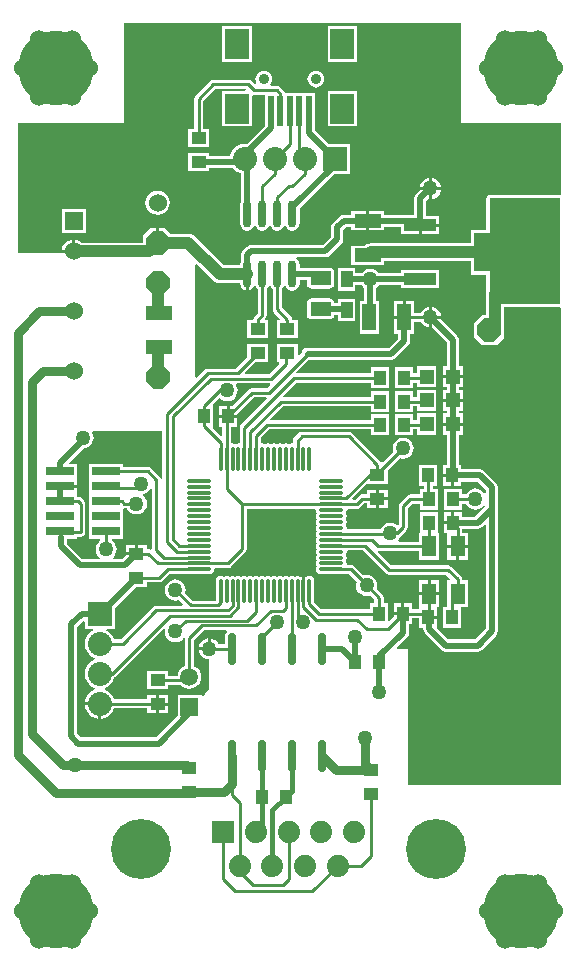
<source format=gtl>
G04 Layer_Physical_Order=1*
G04 Layer_Color=25308*
%FSAX24Y24*%
%MOIN*%
G70*
G01*
G75*
%ADD10R,0.0900X0.0450*%
%ADD11R,0.0450X0.0900*%
%ADD12R,0.0472X0.0709*%
%ADD13R,0.0400X0.0500*%
%ADD14O,0.0276X0.0906*%
%ADD15R,0.0500X0.0400*%
%ADD16O,0.0276X0.1083*%
%ADD17O,0.0827X0.0118*%
%ADD18O,0.0118X0.0827*%
%ADD19R,0.0945X0.0299*%
%ADD20R,0.0197X0.0984*%
%ADD21R,0.0787X0.0984*%
G04:AMPARAMS|DCode=22|XSize=68.9mil|YSize=49.2mil|CornerRadius=4.9mil|HoleSize=0mil|Usage=FLASHONLY|Rotation=180.000|XOffset=0mil|YOffset=0mil|HoleType=Round|Shape=RoundedRectangle|*
%AMROUNDEDRECTD22*
21,1,0.0689,0.0394,0,0,180.0*
21,1,0.0591,0.0492,0,0,180.0*
1,1,0.0098,-0.0295,0.0197*
1,1,0.0098,0.0295,0.0197*
1,1,0.0098,0.0295,-0.0197*
1,1,0.0098,-0.0295,-0.0197*
%
%ADD22ROUNDEDRECTD22*%
%ADD23R,0.0453X0.0512*%
%ADD24R,0.0394X0.0551*%
%ADD25R,0.1063X0.1299*%
%ADD26R,0.1063X0.0394*%
%ADD27C,0.0150*%
%ADD28C,0.0100*%
%ADD29C,0.0197*%
%ADD30C,0.0394*%
%ADD31C,0.0295*%
%ADD32R,0.2362X0.3543*%
%ADD33C,0.0600*%
%ADD34C,0.2500*%
%ADD35P,0.0866X8X22.5*%
%ADD36C,0.0800*%
%ADD37R,0.0800X0.0800*%
%ADD38R,0.0800X0.0800*%
%ADD39R,0.0600X0.0600*%
%ADD40P,0.0866X8X112.5*%
%ADD41C,0.0591*%
%ADD42R,0.0591X0.0591*%
%ADD43C,0.0354*%
%ADD44C,0.0740*%
%ADD45R,0.0740X0.0740*%
%ADD46C,0.2000*%
%ADD47C,0.0500*%
G36*
X023083Y021348D02*
Y021114D01*
X023353D01*
X023363Y021064D01*
X023331Y021051D01*
X023226Y020971D01*
X023146Y020866D01*
X023096Y020745D01*
X023078Y020614D01*
X023096Y020484D01*
X023146Y020362D01*
X023226Y020258D01*
X023331Y020177D01*
X023418Y020141D01*
Y020087D01*
X023331Y020051D01*
X023226Y019971D01*
X023146Y019866D01*
X023096Y019745D01*
X023078Y019614D01*
X023096Y019484D01*
X023146Y019362D01*
X023226Y019258D01*
X023331Y019177D01*
X023418Y019141D01*
Y019087D01*
X023331Y019051D01*
X023226Y018971D01*
X023146Y018866D01*
X023096Y018745D01*
X023085Y018664D01*
X023583D01*
Y018614D01*
X023633D01*
Y018116D01*
X023713Y018127D01*
X023835Y018177D01*
X023939Y018258D01*
X024019Y018362D01*
X024061Y018461D01*
X025162D01*
Y018291D01*
X025462D01*
Y018591D01*
Y018891D01*
X025162D01*
Y018767D01*
X024061D01*
X024019Y018866D01*
X023939Y018971D01*
X023835Y019051D01*
X023747Y019087D01*
Y019141D01*
X023835Y019177D01*
X023939Y019258D01*
X024019Y019362D01*
X024070Y019484D01*
X024071Y019492D01*
X024092Y019506D01*
X025715Y021129D01*
X025724Y021126D01*
X025760Y021103D01*
X025749Y021024D01*
X025761Y020932D01*
X025797Y020847D01*
X025853Y020774D01*
X025926Y020718D01*
X026011Y020683D01*
X026102Y020671D01*
X026194Y020683D01*
X026279Y020718D01*
X026352Y020774D01*
X026365Y020791D01*
X026417Y020787D01*
X026422Y020783D01*
Y019868D01*
X026375Y019849D01*
X026293Y019786D01*
X026230Y019703D01*
X026190Y019607D01*
X026181Y019544D01*
X025862D01*
Y019691D01*
X025162D01*
Y019091D01*
X025862D01*
Y019238D01*
X026280D01*
X026293Y019222D01*
X026375Y019159D01*
X026472Y019119D01*
X026575Y019105D01*
X026678Y019119D01*
X026774Y019159D01*
X026857Y019222D01*
X026920Y019305D01*
X026960Y019401D01*
X026973Y019504D01*
X026960Y019607D01*
X026920Y019703D01*
X026857Y019786D01*
X026774Y019849D01*
X026728Y019868D01*
Y020724D01*
X027071Y021068D01*
X027805D01*
X027819Y021020D01*
X027817Y021018D01*
X027764Y020939D01*
X027746Y020846D01*
Y020596D01*
X027550D01*
X027540Y020619D01*
X027484Y020693D01*
X027411Y020749D01*
X027326Y020784D01*
X027284Y020789D01*
Y020443D01*
X027234D01*
Y020393D01*
X026888D01*
X026893Y020352D01*
X026929Y020266D01*
X026985Y020193D01*
X027058Y020137D01*
X027143Y020102D01*
X027234Y020090D01*
Y019085D01*
X027087Y018937D01*
X027016Y018867D01*
X026970Y018886D01*
Y018899D01*
X026180D01*
Y018198D01*
X025467Y017486D01*
X022958D01*
X022840Y017603D01*
Y021176D01*
X023033Y021369D01*
X023083Y021348D01*
D02*
G37*
G36*
X025671Y026092D02*
X025621Y026087D01*
X025614Y026122D01*
X025581Y026171D01*
X025289Y026462D01*
X025240Y026496D01*
X025181Y026507D01*
X024369D01*
Y026604D01*
X023224D01*
Y026105D01*
X023224D01*
Y026104D01*
X023224D01*
Y025605D01*
X023224D01*
X023224Y025605D01*
Y025604D01*
X023224D01*
X023224Y025604D01*
Y025154D01*
X023224Y025105D01*
Y025104D01*
Y025104D01*
X023224Y025055D01*
Y024654D01*
X023224Y024605D01*
Y024604D01*
Y024604D01*
X023224Y024555D01*
Y024105D01*
X023597D01*
X023597Y024104D01*
X023609Y024055D01*
X023547Y024007D01*
X023491Y023934D01*
X023456Y023849D01*
X023444Y023758D01*
X023456Y023666D01*
X023491Y023581D01*
X023547Y023508D01*
X023583Y023481D01*
X023566Y023431D01*
X022997D01*
X022487Y023940D01*
Y024105D01*
X022834D01*
Y024178D01*
X022953D01*
X023011Y024189D01*
X023061Y024223D01*
X023094Y024272D01*
X023106Y024331D01*
Y025276D01*
X023094Y025334D01*
X023061Y025384D01*
X022982Y025462D01*
X022933Y025496D01*
X022874Y025507D01*
X022834D01*
Y025604D01*
X022834D01*
Y025605D01*
X022834D01*
Y025804D01*
X022261D01*
Y025904D01*
X022834D01*
Y026104D01*
X022834D01*
Y026105D01*
X022834D01*
Y026604D01*
X022585D01*
X022566Y026650D01*
X023045Y027129D01*
X023123Y027139D01*
X023208Y027175D01*
X023281Y027231D01*
X023337Y027304D01*
X023372Y027389D01*
X023385Y027480D01*
X023372Y027572D01*
X023337Y027657D01*
X023326Y027672D01*
X023348Y027717D01*
X025671D01*
Y026092D01*
D02*
G37*
G36*
X030784Y025064D02*
X030783Y025059D01*
X030795Y024997D01*
X030819Y024961D01*
X030795Y024924D01*
X030783Y024862D01*
X030795Y024800D01*
X030819Y024764D01*
X030795Y024727D01*
X030783Y024665D01*
X030795Y024603D01*
X030819Y024567D01*
X030795Y024531D01*
X030783Y024469D01*
X030795Y024406D01*
X030819Y024370D01*
X030795Y024334D01*
X030783Y024272D01*
X030795Y024210D01*
X030819Y024173D01*
X030795Y024137D01*
X030783Y024075D01*
X030795Y024013D01*
X030819Y023976D01*
X030795Y023940D01*
X030783Y023878D01*
X030795Y023816D01*
X030819Y023780D01*
X030795Y023743D01*
X030783Y023681D01*
X030795Y023619D01*
X030819Y023583D01*
X030795Y023546D01*
X030783Y023484D01*
X030795Y023422D01*
X030819Y023386D01*
X030795Y023349D01*
X030783Y023287D01*
X030795Y023225D01*
X030819Y023189D01*
X030795Y023153D01*
X030783Y023091D01*
X030795Y023028D01*
X030830Y022976D01*
X030883Y022941D01*
X030945Y022928D01*
X031654D01*
X031700Y022938D01*
X031885D01*
X032149Y022674D01*
X032139Y022650D01*
X032127Y022559D01*
X032139Y022468D01*
X032175Y022383D01*
X032231Y022309D01*
X032304Y022253D01*
X032389Y022218D01*
X032480Y022206D01*
X032572Y022218D01*
X032595Y022228D01*
X032739Y022084D01*
Y021964D01*
X032592D01*
Y021767D01*
X030960D01*
X030731Y021996D01*
X030733Y022008D01*
Y022717D01*
X030721Y022779D01*
X030686Y022831D01*
X030633Y022866D01*
X030571Y022879D01*
X030509Y022866D01*
X030472Y022842D01*
X030436Y022866D01*
X030424Y022869D01*
Y022783D01*
X030421Y022779D01*
X030409Y022717D01*
Y022362D01*
X030339D01*
Y022717D01*
X030327Y022779D01*
X030324Y022783D01*
Y022869D01*
X030312Y022866D01*
X030276Y022842D01*
X030239Y022866D01*
X030177Y022879D01*
X030115Y022866D01*
X030079Y022842D01*
X030042Y022866D01*
X029980Y022879D01*
X029918Y022866D01*
X029882Y022842D01*
X029846Y022866D01*
X029783Y022879D01*
X029721Y022866D01*
X029685Y022842D01*
X029649Y022866D01*
X029587Y022879D01*
X029525Y022866D01*
X029488Y022842D01*
X029452Y022866D01*
X029390Y022879D01*
X029328Y022866D01*
X029291Y022842D01*
X029255Y022866D01*
X029193Y022879D01*
X029131Y022866D01*
X029094Y022842D01*
X029058Y022866D01*
X028996Y022879D01*
X028934Y022866D01*
X028898Y022842D01*
X028861Y022866D01*
X028799Y022879D01*
X028737Y022866D01*
X028701Y022842D01*
X028664Y022866D01*
X028602Y022879D01*
X028540Y022866D01*
X028504Y022842D01*
X028468Y022866D01*
X028406Y022879D01*
X028343Y022866D01*
X028307Y022842D01*
X028271Y022866D01*
X028209Y022879D01*
X028147Y022866D01*
X028110Y022842D01*
X028074Y022866D01*
X028012Y022879D01*
X027950Y022866D01*
X027913Y022842D01*
X027877Y022866D01*
X027815Y022879D01*
X027753Y022866D01*
X027717Y022842D01*
X027680Y022866D01*
X027618Y022879D01*
X027556Y022866D01*
X027503Y022831D01*
X027468Y022779D01*
X027456Y022717D01*
Y022046D01*
X027138D01*
X027122Y022043D01*
X026678D01*
X026434Y022287D01*
X026443Y022310D01*
X026455Y022402D01*
X026443Y022493D01*
X026408Y022578D01*
X026352Y022651D01*
X026279Y022707D01*
X026194Y022743D01*
X026102Y022755D01*
X026011Y022743D01*
X025926Y022707D01*
X025853Y022651D01*
X025797Y022578D01*
X025761Y022493D01*
X025749Y022402D01*
X025761Y022310D01*
X025797Y022225D01*
X025853Y022152D01*
X025926Y022096D01*
X026011Y022061D01*
X026102Y022049D01*
X026194Y022061D01*
X026217Y022070D01*
X026359Y021928D01*
X026340Y021882D01*
X025469D01*
X025411Y021870D01*
X025361Y021837D01*
X024291Y020767D01*
X024061D01*
X024019Y020866D01*
X023939Y020971D01*
X023835Y021051D01*
X023803Y021064D01*
X023813Y021114D01*
X024083D01*
Y021807D01*
X024789Y022513D01*
X025153D01*
Y022660D01*
X025569D01*
X025628Y022672D01*
X025677Y022705D01*
X025910Y022938D01*
X026489D01*
X026535Y022928D01*
X027244D01*
X027306Y022941D01*
X027359Y022976D01*
X027394Y023028D01*
X027406Y023091D01*
X027405Y023096D01*
X027437Y023134D01*
X027854D01*
X027913Y023146D01*
X027962Y023179D01*
X028435Y023652D01*
X028468Y023701D01*
X028480Y023760D01*
Y025103D01*
X030752D01*
X030784Y025064D01*
D02*
G37*
G36*
X035630Y037953D02*
X038976D01*
Y035618D01*
X038937Y035574D01*
X036575D01*
X036536Y035567D01*
X036503Y035545D01*
X036481Y035511D01*
X036473Y035472D01*
Y034411D01*
X035963D01*
Y033961D01*
X032622D01*
X032545Y033951D01*
X032473Y033921D01*
X032424Y033884D01*
X031970D01*
Y033234D01*
X033070D01*
Y033362D01*
X035963D01*
Y032912D01*
X036473D01*
Y032288D01*
X036472Y032283D01*
Y031563D01*
X036325D01*
X036075Y031313D01*
Y030813D01*
X036325Y030563D01*
X036825D01*
X037075Y030813D01*
Y031313D01*
X037071Y031317D01*
Y031827D01*
X038937D01*
X038976Y031784D01*
Y025984D01*
Y020433D01*
Y015905D01*
X033858D01*
Y020433D01*
X033502Y020434D01*
X033482Y020480D01*
X033835Y020833D01*
X033879Y020898D01*
X033894Y020976D01*
Y021264D01*
X033992D01*
Y021461D01*
X034236D01*
Y021146D01*
X034365D01*
Y021102D01*
X034380Y021025D01*
X034424Y020959D01*
X034975Y020408D01*
X035041Y020364D01*
X035118Y020349D01*
X036181D01*
X036259Y020364D01*
X036324Y020408D01*
X036797Y020881D01*
X036840Y020946D01*
X036856Y021024D01*
Y025118D01*
Y025827D01*
X036840Y025904D01*
X036797Y025970D01*
X036403Y026364D01*
X036337Y026407D01*
X036260Y026423D01*
X035636D01*
Y026570D01*
X035566D01*
Y027578D01*
X035691D01*
Y027884D01*
X035038D01*
Y027578D01*
X035162D01*
Y026570D01*
X035036D01*
Y026270D01*
X035336D01*
Y026220D01*
X035386D01*
Y025870D01*
X035636D01*
Y026018D01*
X036176D01*
X036451Y025743D01*
Y025632D01*
X036437Y025625D01*
X036401Y025619D01*
X036352Y025683D01*
X036279Y025739D01*
X036194Y025774D01*
X036102Y025786D01*
X036011Y025774D01*
X035926Y025739D01*
X035853Y025683D01*
X035797Y025610D01*
X035787Y025586D01*
X035646D01*
Y025783D01*
X035046D01*
Y025083D01*
X035646D01*
Y025280D01*
X035787D01*
X035797Y025257D01*
X035853Y025183D01*
X035926Y025127D01*
X036011Y025092D01*
X036102Y025080D01*
X036194Y025092D01*
X036279Y025127D01*
X036352Y025183D01*
X036383Y025224D01*
X036432Y025218D01*
X036438Y025213D01*
X036438Y025189D01*
X036097Y024848D01*
X035646D01*
Y024996D01*
X035396D01*
Y024646D01*
X035346D01*
Y024596D01*
X035046D01*
Y024296D01*
X035176D01*
Y023908D01*
X035848D01*
Y024313D01*
X035665D01*
Y024443D01*
X036181D01*
X036259Y024459D01*
X036324Y024503D01*
X036405Y024583D01*
X036451Y024564D01*
Y021107D01*
X036097Y020753D01*
X035202D01*
X034853Y021102D01*
X034836Y021146D01*
X034836D01*
X034836Y021146D01*
Y021446D01*
X034536D01*
Y021546D01*
X034836D01*
Y021829D01*
X034903D01*
Y022233D01*
X034231D01*
Y021829D01*
X034236D01*
Y021767D01*
X033992D01*
Y021964D01*
X033742D01*
Y021614D01*
X033692D01*
Y021564D01*
X033392D01*
Y021530D01*
X033238Y021377D01*
X033192Y021396D01*
Y021964D01*
X033045D01*
Y022147D01*
X033033Y022206D01*
X033000Y022255D01*
X032812Y022444D01*
X032821Y022468D01*
X032833Y022559D01*
X032821Y022650D01*
X032786Y022736D01*
X032730Y022809D01*
X032657Y022865D01*
X032572Y022900D01*
X032480Y022912D01*
X032389Y022900D01*
X032365Y022890D01*
X032057Y023199D01*
X032007Y023232D01*
X031949Y023243D01*
X031846D01*
X031815Y023282D01*
X031816Y023287D01*
X031803Y023349D01*
X031779Y023386D01*
X031803Y023422D01*
X031816Y023484D01*
X031803Y023546D01*
X031779Y023583D01*
X031803Y023619D01*
X031816Y023681D01*
X031815Y023686D01*
X031846Y023725D01*
X032358D01*
X033120Y022963D01*
X033170Y022930D01*
X033228Y022918D01*
X035134D01*
X035267Y022784D01*
X035248Y022738D01*
X035176D01*
Y021846D01*
X035036D01*
Y021146D01*
X035636D01*
Y021829D01*
X035848D01*
Y022738D01*
X035665D01*
Y022756D01*
X035653Y022814D01*
X035620Y022864D01*
X035305Y023179D01*
X035255Y023212D01*
X035197Y023224D01*
X033292D01*
X032858Y023658D01*
X032869Y023689D01*
X032881Y023705D01*
X034231D01*
Y023404D01*
X034903D01*
Y024313D01*
X034846D01*
Y024996D01*
X034246D01*
Y024313D01*
X034231D01*
Y024011D01*
X033557D01*
X033532Y024061D01*
X033573Y024115D01*
X033598Y024174D01*
X033612Y024183D01*
X033809Y024380D01*
X033842Y024430D01*
X033854Y024488D01*
Y025134D01*
X034000Y025280D01*
X034246D01*
Y025083D01*
X034846D01*
Y025783D01*
X034689D01*
Y025870D01*
X034836D01*
Y026570D01*
X034236D01*
Y025870D01*
X034383D01*
Y025783D01*
X034246D01*
Y025586D01*
X033937D01*
X033878Y025574D01*
X033829Y025541D01*
X033593Y025305D01*
X033559Y025255D01*
X033548Y025197D01*
Y024581D01*
X033498Y024556D01*
X033444Y024597D01*
X033359Y024632D01*
X033268Y024644D01*
X033176Y024632D01*
X033091Y024597D01*
X033018Y024541D01*
X032962Y024468D01*
X032944Y024425D01*
X031846D01*
X031815Y024463D01*
X031816Y024469D01*
X031803Y024531D01*
X031779Y024567D01*
X031803Y024603D01*
X031816Y024665D01*
X031803Y024727D01*
X031779Y024764D01*
X031803Y024800D01*
X031816Y024862D01*
X031803Y024924D01*
X031779Y024961D01*
X031803Y024997D01*
X031816Y025059D01*
X031815Y025064D01*
X031846Y025103D01*
X032146D01*
X032204Y025115D01*
X032254Y025148D01*
X032395Y025289D01*
X032485D01*
Y025142D01*
X032785D01*
Y025442D01*
Y025742D01*
X032485D01*
Y025595D01*
X032331D01*
X032273Y025583D01*
X032223Y025550D01*
X032082Y025409D01*
X032029D01*
X032010Y025455D01*
X032497Y025942D01*
X033185D01*
Y026394D01*
X033586Y026795D01*
X033609Y026785D01*
X033701Y026773D01*
X033792Y026785D01*
X033877Y026820D01*
X033950Y026876D01*
X034007Y026949D01*
X034042Y027035D01*
X034054Y027126D01*
X034042Y027217D01*
X034007Y027302D01*
X033950Y027376D01*
X033877Y027432D01*
X033792Y027467D01*
X033701Y027479D01*
X033609Y027467D01*
X033524Y027432D01*
X033451Y027376D01*
X033395Y027302D01*
X033360Y027217D01*
X033348Y027126D01*
X033360Y027035D01*
X033370Y027011D01*
X033018Y026659D01*
X032954Y026666D01*
X032943Y026683D01*
X031998Y027628D01*
X031948Y027661D01*
X031890Y027673D01*
X030315D01*
X030256Y027661D01*
X030207Y027628D01*
X030069Y027490D01*
X030036Y027440D01*
X030024Y027382D01*
Y027319D01*
X029986Y027287D01*
X029980Y027288D01*
X029918Y027276D01*
X029882Y027252D01*
X029846Y027276D01*
X029783Y027288D01*
X029721Y027276D01*
X029685Y027252D01*
X029649Y027276D01*
X029587Y027288D01*
X029525Y027276D01*
X029488Y027252D01*
X029452Y027276D01*
X029390Y027288D01*
X029328Y027276D01*
X029291Y027252D01*
X029255Y027276D01*
X029193Y027288D01*
X029131Y027276D01*
X029094Y027252D01*
X029058Y027276D01*
X028996Y027288D01*
X028991Y027287D01*
X028952Y027319D01*
Y027476D01*
X029237Y027760D01*
X032631D01*
Y027563D01*
X033231D01*
Y028263D01*
X032631D01*
Y028066D01*
X029293D01*
X029274Y028113D01*
X029690Y028529D01*
X032613D01*
Y028332D01*
X033213D01*
Y029032D01*
X032613D01*
Y028835D01*
X029707D01*
X029688Y028881D01*
X030123Y029317D01*
X032613D01*
Y029119D01*
X033213D01*
Y029819D01*
X032613D01*
Y029622D01*
X030140D01*
X030121Y029669D01*
X030526Y030073D01*
X033307D01*
X033384Y030089D01*
X033450Y030133D01*
X033873Y030555D01*
X033917Y030621D01*
X033932Y030698D01*
Y030946D01*
X034055D01*
Y031343D01*
X034291D01*
X034301Y031320D01*
X034357Y031246D01*
X034430Y031190D01*
X034515Y031155D01*
X034556Y031150D01*
Y031496D01*
Y031842D01*
X034515Y031837D01*
X034430Y031802D01*
X034357Y031746D01*
X034301Y031673D01*
X034291Y031649D01*
X034055D01*
Y032046D01*
X033780D01*
Y031496D01*
X033730D01*
Y031446D01*
X033405D01*
Y030946D01*
X033527D01*
Y030782D01*
X033223Y030478D01*
X030512D01*
X030434Y030463D01*
X030369Y030419D01*
X030325Y030353D01*
X030313Y030293D01*
X030239Y030219D01*
X030193Y030238D01*
Y030594D01*
X029493D01*
Y029994D01*
X029555D01*
X029574Y029948D01*
X029228Y029602D01*
X028448D01*
X028429Y029648D01*
X028775Y029994D01*
X029208D01*
Y030594D01*
X028508D01*
Y030160D01*
X028131Y029783D01*
X027181D01*
X027133Y029773D01*
X027123Y029771D01*
X027073Y029738D01*
X026818Y029482D01*
X026772Y029501D01*
Y033251D01*
X026818Y033271D01*
X027367Y032721D01*
X027429Y032674D01*
X027459Y032661D01*
X027501Y032644D01*
X027579Y032634D01*
X028260D01*
Y032618D01*
X028278Y032525D01*
X028331Y032447D01*
X028409Y032394D01*
X028452Y032386D01*
Y032933D01*
X028552D01*
Y032386D01*
X028595Y032394D01*
X028673Y032447D01*
X028726Y032525D01*
X028726Y032528D01*
X028777D01*
X028778Y032525D01*
X028831Y032447D01*
X028849Y032434D01*
Y031624D01*
X028750Y031525D01*
X028717Y031476D01*
X028705Y031417D01*
Y031394D01*
X028508D01*
Y030794D01*
X029208D01*
Y031394D01*
X029116D01*
X029097Y031440D01*
X029110Y031453D01*
X029143Y031502D01*
X029155Y031561D01*
Y032434D01*
X029173Y032447D01*
X029226Y032525D01*
X029226Y032528D01*
X029277D01*
X029278Y032525D01*
X029331Y032447D01*
X029349Y032434D01*
Y031758D01*
X029361Y031699D01*
X029394Y031650D01*
X029604Y031440D01*
X029585Y031394D01*
X029493D01*
Y030794D01*
X030193D01*
Y031394D01*
X029995D01*
Y031417D01*
X029986Y031466D01*
X029984Y031476D01*
X029951Y031525D01*
X029655Y031821D01*
Y032434D01*
X029673Y032447D01*
X029726Y032525D01*
X029726Y032528D01*
X029777D01*
X029778Y032525D01*
X029831Y032447D01*
X029909Y032394D01*
X030002Y032376D01*
X030095Y032394D01*
X030173Y032447D01*
X030226Y032525D01*
X030244Y032618D01*
Y032731D01*
X030497D01*
Y032598D01*
X030509Y032540D01*
X030542Y032491D01*
X030591Y032458D01*
X030650Y032446D01*
X031240D01*
X031298Y032458D01*
X031348Y032491D01*
X031381Y032540D01*
X031392Y032598D01*
Y032992D01*
X031381Y033050D01*
X031348Y033100D01*
X031298Y033133D01*
X031240Y033144D01*
X030650D01*
X030605Y033135D01*
X030244D01*
Y033248D01*
X030226Y033341D01*
X030173Y033419D01*
X030130Y033448D01*
X030145Y033498D01*
X031102D01*
X031180Y033514D01*
X031245Y033558D01*
X031639Y033951D01*
X031683Y034017D01*
X031698Y034094D01*
Y034404D01*
X031806Y034512D01*
X031970D01*
Y034389D01*
X032470D01*
Y034714D01*
Y035039D01*
X031970D01*
Y034916D01*
X031722D01*
X031644Y034901D01*
X031579Y034857D01*
X031353Y034631D01*
X031309Y034566D01*
X031294Y034488D01*
Y034178D01*
X031019Y033903D01*
X028622D01*
X028545Y033888D01*
X028479Y033844D01*
X028359Y033724D01*
X028315Y033658D01*
X028300Y033581D01*
Y033373D01*
X028278Y033341D01*
X028260Y033248D01*
Y033232D01*
X027703D01*
X026747Y034188D01*
X026685Y034236D01*
X026634Y034257D01*
X026613Y034266D01*
X026535Y034276D01*
X025962D01*
X025762Y034476D01*
X025562D01*
Y033976D01*
X025462D01*
Y034476D01*
X025262D01*
X025012Y034226D01*
Y033984D01*
X022983D01*
X022918Y034034D01*
X022821Y034075D01*
X022767Y034082D01*
Y033685D01*
X022717D01*
Y033635D01*
X022295D01*
X022283Y033622D01*
X020866D01*
Y037953D01*
X024409D01*
Y041299D01*
X035630D01*
Y037953D01*
D02*
G37*
G36*
X029266Y029246D02*
X029149Y029129D01*
X028653D01*
X028594Y029118D01*
X028545Y029085D01*
X027999Y028539D01*
X027915D01*
Y028239D01*
X028165D01*
Y028273D01*
X028716Y028823D01*
X029132D01*
X029151Y028777D01*
X028297Y027923D01*
X028264Y027873D01*
X028253Y027815D01*
Y027319D01*
X028214Y027287D01*
X028209Y027288D01*
X028147Y027276D01*
X028110Y027252D01*
X028074Y027276D01*
X028012Y027288D01*
X028007Y027287D01*
X027968Y027319D01*
Y027839D01*
X028165D01*
Y028139D01*
X027565D01*
Y027839D01*
X027662D01*
Y027541D01*
X027616Y027522D01*
X027345Y027793D01*
X027364Y027839D01*
X027365D01*
Y028539D01*
X027364D01*
X027345Y028585D01*
X027566Y028807D01*
X027585Y028805D01*
X027658Y028749D01*
X027743Y028714D01*
X027835Y028702D01*
X027926Y028714D01*
X028011Y028749D01*
X028084Y028805D01*
X028140Y028879D01*
X028176Y028964D01*
X028188Y029055D01*
X028176Y029146D01*
X028140Y029232D01*
X028125Y029251D01*
X028148Y029296D01*
X029245D01*
X029266Y029246D01*
D02*
G37*
G36*
X025319Y025766D02*
Y023778D01*
X025269Y023751D01*
X025264Y023755D01*
X025206Y023766D01*
X025153D01*
Y023913D01*
X024853D01*
Y023613D01*
X024803D01*
Y023563D01*
X024453D01*
Y023549D01*
X024334Y023431D01*
X024028D01*
X024011Y023481D01*
X024047Y023508D01*
X024103Y023581D01*
X024138Y023666D01*
X024150Y023758D01*
X024138Y023849D01*
X024103Y023934D01*
X024047Y024007D01*
X023985Y024055D01*
X023997Y024104D01*
X023997Y024105D01*
X024369D01*
Y024555D01*
X024369Y024604D01*
Y024604D01*
Y024605D01*
X024369Y024654D01*
Y025055D01*
X024369Y025080D01*
X024408Y025121D01*
X024412Y025123D01*
X024488D01*
X024497Y025099D01*
X024554Y025026D01*
X024627Y024970D01*
X024712Y024935D01*
X024803Y024923D01*
X024895Y024935D01*
X024980Y024970D01*
X025053Y025026D01*
X025109Y025099D01*
X025144Y025184D01*
X025156Y025276D01*
X025144Y025367D01*
X025109Y025452D01*
X025053Y025525D01*
X025021Y025549D01*
X025035Y025602D01*
X025052Y025604D01*
X025137Y025639D01*
X025210Y025695D01*
X025266Y025768D01*
X025269Y025776D01*
X025319Y025766D01*
D02*
G37*
%LPC*%
G36*
X033185Y025392D02*
X032885D01*
Y025142D01*
X033185D01*
Y025392D01*
D02*
G37*
G36*
X035296Y024996D02*
X035046D01*
Y024696D01*
X035296D01*
Y024996D01*
D02*
G37*
G36*
X034805Y028290D02*
X034152D01*
Y028066D01*
X034031D01*
Y028263D01*
X033431D01*
Y027563D01*
X034031D01*
Y027760D01*
X034152D01*
Y027578D01*
X034805D01*
Y028290D01*
D02*
G37*
G36*
X027815Y028539D02*
X027565D01*
Y028239D01*
X027815D01*
Y028539D01*
D02*
G37*
G36*
X035691Y028671D02*
X035038D01*
Y028366D01*
X035162D01*
Y028290D01*
X035038D01*
Y027984D01*
X035691D01*
Y028290D01*
X035566D01*
Y028366D01*
X035691D01*
Y028671D01*
D02*
G37*
G36*
X033185Y025742D02*
X032885D01*
Y025492D01*
X033185D01*
Y025742D01*
D02*
G37*
G36*
X035286Y026170D02*
X035036D01*
Y025870D01*
X035286D01*
Y026170D01*
D02*
G37*
G36*
X027184Y020789D02*
X027143Y020784D01*
X027058Y020749D01*
X026985Y020693D01*
X026929Y020619D01*
X026893Y020534D01*
X026888Y020493D01*
X027184D01*
Y020789D01*
D02*
G37*
G36*
X033642Y021964D02*
X033392D01*
Y021664D01*
X033642D01*
Y021964D01*
D02*
G37*
G36*
X025862Y018891D02*
X025562D01*
Y018641D01*
X025862D01*
Y018891D01*
D02*
G37*
G36*
X023533Y018564D02*
X023085D01*
X023096Y018484D01*
X023146Y018362D01*
X023226Y018258D01*
X023331Y018177D01*
X023452Y018127D01*
X023533Y018116D01*
Y018564D01*
D02*
G37*
G36*
X025862Y018541D02*
X025562D01*
Y018291D01*
X025862D01*
Y018541D01*
D02*
G37*
G36*
X035848Y023808D02*
X035562D01*
Y023404D01*
X035848D01*
Y023808D01*
D02*
G37*
G36*
X024753Y023913D02*
X024453D01*
Y023663D01*
X024753D01*
Y023913D01*
D02*
G37*
G36*
X035462Y023808D02*
X035176D01*
Y023404D01*
X035462D01*
Y023808D01*
D02*
G37*
G36*
X034517Y022738D02*
X034231D01*
Y022333D01*
X034517D01*
Y022738D01*
D02*
G37*
G36*
X034903D02*
X034617D01*
Y022333D01*
X034903D01*
Y022738D01*
D02*
G37*
G36*
X034556Y036134D02*
X034515Y036128D01*
X034430Y036093D01*
X034357Y036037D01*
X034301Y035964D01*
X034265Y035879D01*
X034260Y035837D01*
X034556D01*
Y036134D01*
D02*
G37*
G36*
X034656D02*
Y035837D01*
X034953D01*
X034947Y035879D01*
X034912Y035964D01*
X034856Y036037D01*
X034783Y036093D01*
X034698Y036128D01*
X034656Y036134D01*
D02*
G37*
G36*
X034953Y035737D02*
X034656D01*
Y035441D01*
X034698Y035446D01*
X034783Y035482D01*
X034856Y035538D01*
X034912Y035611D01*
X034947Y035696D01*
X034953Y035737D01*
D02*
G37*
G36*
X025512Y035718D02*
X025407Y035705D01*
X025310Y035664D01*
X025227Y035600D01*
X025162Y035517D01*
X025122Y035419D01*
X025108Y035315D01*
X025122Y035211D01*
X025162Y035113D01*
X025227Y035030D01*
X025310Y034966D01*
X025407Y034925D01*
X025512Y034911D01*
X025616Y034925D01*
X025714Y034966D01*
X025797Y035030D01*
X025861Y035113D01*
X025902Y035211D01*
X025915Y035315D01*
X025902Y035419D01*
X025861Y035517D01*
X025797Y035600D01*
X025714Y035664D01*
X025616Y035705D01*
X025512Y035718D01*
D02*
G37*
G36*
X034556Y035737D02*
X034260D01*
X034261Y035728D01*
X034129Y035596D01*
X034085Y035530D01*
X034069Y035453D01*
Y034916D01*
X033070D01*
Y035039D01*
X032570D01*
Y034714D01*
Y034389D01*
X033070D01*
Y034512D01*
X033640D01*
Y034270D01*
X034222D01*
Y034567D01*
X034272D01*
Y034617D01*
X034903D01*
Y034864D01*
X034474D01*
Y035369D01*
X034547Y035442D01*
X034556Y035441D01*
Y035737D01*
D02*
G37*
G36*
X028663Y041202D02*
X027676D01*
Y040018D01*
X028663D01*
Y041202D01*
D02*
G37*
G36*
X032167D02*
X031180D01*
Y040018D01*
X032167D01*
Y041202D01*
D02*
G37*
G36*
X029055Y039709D02*
X028983Y039699D01*
X028915Y039671D01*
X028857Y039627D01*
X028813Y039569D01*
X028785Y039501D01*
X028776Y039429D01*
X028785Y039357D01*
X028810Y039296D01*
X028803Y039271D01*
X028786Y039242D01*
X028772Y039239D01*
X028651Y039360D01*
X028602Y039393D01*
X028543Y039405D01*
X027362D01*
X027304Y039393D01*
X027254Y039360D01*
X026782Y038888D01*
X026748Y038838D01*
X026737Y038780D01*
Y037762D01*
X026540D01*
Y037162D01*
X027240D01*
Y037762D01*
X027043D01*
Y038716D01*
X027426Y039099D01*
X028448D01*
X028456Y039087D01*
X028430Y039037D01*
X027676D01*
Y037853D01*
X028663D01*
Y038871D01*
X028713Y038908D01*
X028740Y038902D01*
X029093D01*
Y038386D01*
X029089Y038366D01*
Y037879D01*
X028478Y037268D01*
X028417Y037276D01*
X028287Y037259D01*
X028165Y037208D01*
X028061Y037128D01*
X027981Y037024D01*
X027930Y036902D01*
X027925Y036865D01*
X027240D01*
Y036962D01*
X026540D01*
Y036362D01*
X027240D01*
Y036460D01*
X028026D01*
X028061Y036415D01*
X028165Y036335D01*
X028287Y036285D01*
X028300Y036283D01*
Y035381D01*
X028278Y035349D01*
X028260Y035256D01*
Y034626D01*
X028278Y034533D01*
X028331Y034455D01*
X028409Y034402D01*
X028502Y034384D01*
X028595Y034402D01*
X028673Y034455D01*
X028726Y034533D01*
X028726Y034536D01*
X028777D01*
X028778Y034533D01*
X028831Y034455D01*
X028909Y034402D01*
X029002Y034384D01*
X029095Y034402D01*
X029173Y034455D01*
X029226Y034533D01*
X029226Y034536D01*
X029277D01*
X029278Y034533D01*
X029331Y034455D01*
X029409Y034402D01*
X029502Y034384D01*
X029595Y034402D01*
X029673Y034455D01*
X029726Y034533D01*
X029726Y034536D01*
X029777D01*
X029778Y034533D01*
X029831Y034455D01*
X029909Y034402D01*
X030002Y034384D01*
X030095Y034402D01*
X030173Y034455D01*
X030226Y034533D01*
X030244Y034626D01*
Y035116D01*
X031400Y036272D01*
X031917D01*
Y037272D01*
X031203D01*
X030753Y037722D01*
Y038366D01*
X030750Y038386D01*
Y038958D01*
X029755D01*
X029748Y038996D01*
X029714Y039045D01*
X029596Y039163D01*
X029547Y039196D01*
X029488Y039208D01*
X029298D01*
X029273Y039258D01*
X029297Y039289D01*
X029325Y039357D01*
X029335Y039429D01*
X029325Y039501D01*
X029297Y039569D01*
X029253Y039627D01*
X029195Y039671D01*
X029127Y039699D01*
X029055Y039709D01*
D02*
G37*
G36*
X032167Y039037D02*
X031180D01*
Y037853D01*
X032167D01*
Y039037D01*
D02*
G37*
G36*
X030787Y039709D02*
X030715Y039699D01*
X030648Y039671D01*
X030590Y039627D01*
X030545Y039569D01*
X030517Y039501D01*
X030508Y039429D01*
X030517Y039357D01*
X030545Y039289D01*
X030590Y039231D01*
X030648Y039187D01*
X030715Y039159D01*
X030787Y039150D01*
X030860Y039159D01*
X030927Y039187D01*
X030985Y039231D01*
X031030Y039289D01*
X031057Y039357D01*
X031067Y039429D01*
X031057Y039501D01*
X031030Y039569D01*
X030985Y039627D01*
X030927Y039671D01*
X030860Y039699D01*
X030787Y039709D01*
D02*
G37*
G36*
X023117Y035085D02*
X022317D01*
Y034285D01*
X023117D01*
Y035085D01*
D02*
G37*
G36*
X034805Y029865D02*
X034152D01*
Y029622D01*
X034013D01*
Y029819D01*
X033413D01*
Y029119D01*
X034013D01*
Y029317D01*
X034152D01*
Y029153D01*
X034805D01*
Y029865D01*
D02*
G37*
G36*
X031240Y032121D02*
X030650D01*
X030591Y032109D01*
X030542Y032076D01*
X030509Y032027D01*
X030497Y031969D01*
Y031575D01*
X030509Y031517D01*
X030542Y031467D01*
X030591Y031434D01*
X030650Y031423D01*
X031240D01*
X031298Y031434D01*
X031348Y031467D01*
X031381Y031517D01*
X031391Y031569D01*
X031514D01*
Y031357D01*
X032108D01*
Y032108D01*
X031514D01*
Y031974D01*
X031391D01*
X031381Y032027D01*
X031348Y032076D01*
X031298Y032109D01*
X031240Y032121D01*
D02*
G37*
G36*
X034953Y031446D02*
X034656D01*
Y031150D01*
X034665Y031151D01*
X035162Y030654D01*
Y029865D01*
X035038D01*
Y029559D01*
X035691D01*
Y029865D01*
X035566D01*
Y030738D01*
X035551Y030816D01*
X035507Y030881D01*
X034952Y031437D01*
X034953Y031446D01*
D02*
G37*
G36*
X035691Y029459D02*
X035038D01*
Y029153D01*
X035162D01*
Y029077D01*
X035038D01*
Y028771D01*
X035691D01*
Y029077D01*
X035566D01*
Y029153D01*
X035691D01*
Y029459D01*
D02*
G37*
G36*
X034805Y029077D02*
X034152D01*
Y028835D01*
X034013D01*
Y029032D01*
X033413D01*
Y028332D01*
X034013D01*
Y028529D01*
X034152D01*
Y028366D01*
X034805D01*
Y029077D01*
D02*
G37*
G36*
X022667Y034082D02*
X022612Y034075D01*
X022515Y034034D01*
X022431Y033970D01*
X022367Y033887D01*
X022327Y033789D01*
X022320Y033735D01*
X022667D01*
Y034082D01*
D02*
G37*
G36*
X034903Y034517D02*
X034322D01*
Y034270D01*
X034903D01*
Y034517D01*
D02*
G37*
G36*
X032108Y033131D02*
X031514D01*
Y032380D01*
X032108D01*
Y032554D01*
X032312D01*
X032349Y032506D01*
X032396Y032470D01*
Y032046D01*
X032250D01*
Y030946D01*
X032900D01*
Y032046D01*
X032801D01*
Y032470D01*
X032848Y032506D01*
X032884Y032554D01*
X033640D01*
Y032459D01*
X034903D01*
Y033053D01*
X033640D01*
Y032958D01*
X032884D01*
X032848Y033006D01*
X032775Y033062D01*
X032690Y033097D01*
X032598Y033109D01*
X032507Y033097D01*
X032422Y033062D01*
X032349Y033006D01*
X032312Y032958D01*
X032108D01*
Y033131D01*
D02*
G37*
G36*
X033680Y032046D02*
X033405D01*
Y031546D01*
X033680D01*
Y032046D01*
D02*
G37*
G36*
X034656Y031842D02*
Y031546D01*
X034953D01*
X034947Y031587D01*
X034912Y031673D01*
X034856Y031746D01*
X034783Y031802D01*
X034698Y031837D01*
X034656Y031842D01*
D02*
G37*
%LPD*%
D10*
X025551Y031643D02*
D03*
Y030488D02*
D03*
X032520Y034714D02*
D03*
Y033559D02*
D03*
D11*
X033730Y031496D02*
D03*
X032575D02*
D03*
D12*
X035512Y023858D02*
D03*
Y022283D02*
D03*
X034567Y023858D02*
D03*
Y022283D02*
D03*
D13*
X035346Y024646D02*
D03*
X034546D02*
D03*
X034536Y021496D02*
D03*
X035336D02*
D03*
X028994Y015512D02*
D03*
X029794D02*
D03*
X032905Y020000D02*
D03*
X032105D02*
D03*
X035346Y025433D02*
D03*
X034546D02*
D03*
X034536Y026220D02*
D03*
X035336D02*
D03*
X027865Y028189D02*
D03*
X027065D02*
D03*
X033731Y027913D02*
D03*
X032931D02*
D03*
X033713Y028682D02*
D03*
X032913D02*
D03*
X033713Y029469D02*
D03*
X032913D02*
D03*
X033692Y021614D02*
D03*
X032892D02*
D03*
D14*
X030002Y034941D02*
D03*
X029502D02*
D03*
X029002D02*
D03*
X028502D02*
D03*
X030002Y032933D02*
D03*
X029502D02*
D03*
X029002D02*
D03*
X028502D02*
D03*
D15*
X026575Y015678D02*
D03*
Y016478D02*
D03*
X032835Y025442D02*
D03*
Y026242D02*
D03*
X025512Y018591D02*
D03*
Y019391D02*
D03*
X028858Y030294D02*
D03*
Y031094D02*
D03*
X029843Y030294D02*
D03*
Y031094D02*
D03*
X026890Y036662D02*
D03*
Y037462D02*
D03*
X032638Y016409D02*
D03*
Y015609D02*
D03*
X024803Y023613D02*
D03*
Y022813D02*
D03*
D16*
X027988Y016880D02*
D03*
X028988D02*
D03*
X029988D02*
D03*
X030988D02*
D03*
X027988Y020443D02*
D03*
X028988D02*
D03*
X029988D02*
D03*
X030988D02*
D03*
D17*
X031299Y023091D02*
D03*
Y023287D02*
D03*
Y023484D02*
D03*
Y023681D02*
D03*
Y023878D02*
D03*
Y024075D02*
D03*
Y024272D02*
D03*
Y024469D02*
D03*
Y024665D02*
D03*
Y024862D02*
D03*
Y025059D02*
D03*
Y025256D02*
D03*
Y025453D02*
D03*
Y025650D02*
D03*
Y025846D02*
D03*
Y026043D02*
D03*
X026890D02*
D03*
Y025846D02*
D03*
Y025650D02*
D03*
Y025453D02*
D03*
Y025256D02*
D03*
Y025059D02*
D03*
Y024862D02*
D03*
Y024665D02*
D03*
Y024469D02*
D03*
Y024272D02*
D03*
Y024075D02*
D03*
Y023878D02*
D03*
Y023681D02*
D03*
Y023484D02*
D03*
Y023287D02*
D03*
Y023091D02*
D03*
D18*
X030571Y026772D02*
D03*
X030374D02*
D03*
X030177D02*
D03*
X029980D02*
D03*
X029783D02*
D03*
X029587D02*
D03*
X029390D02*
D03*
X029193D02*
D03*
X028996D02*
D03*
X028799D02*
D03*
X028602D02*
D03*
X028406D02*
D03*
X028209D02*
D03*
X028012D02*
D03*
X027815D02*
D03*
X027618D02*
D03*
Y022362D02*
D03*
X027815D02*
D03*
X028012D02*
D03*
X028209D02*
D03*
X028406D02*
D03*
X028602D02*
D03*
X028799D02*
D03*
X028996D02*
D03*
X029193D02*
D03*
X029390D02*
D03*
X029587D02*
D03*
X029783D02*
D03*
X029980D02*
D03*
X030177D02*
D03*
X030374D02*
D03*
X030571D02*
D03*
D19*
X022261Y026354D02*
D03*
Y025854D02*
D03*
Y025354D02*
D03*
Y024854D02*
D03*
Y024354D02*
D03*
X023797Y026354D02*
D03*
Y025854D02*
D03*
Y025354D02*
D03*
Y024854D02*
D03*
Y024354D02*
D03*
D20*
X029291Y038366D02*
D03*
X029606D02*
D03*
X029921D02*
D03*
X030236D02*
D03*
X030551D02*
D03*
D21*
X028169Y038445D02*
D03*
Y040610D02*
D03*
X031673D02*
D03*
Y038445D02*
D03*
D22*
X030945Y032795D02*
D03*
Y031772D02*
D03*
D23*
X035364Y027934D02*
D03*
X034478D02*
D03*
Y029509D02*
D03*
X035364D02*
D03*
X034478Y028721D02*
D03*
X035364D02*
D03*
D24*
X031811Y031732D02*
D03*
Y032756D02*
D03*
D25*
X036594Y033661D02*
D03*
D26*
X034272Y032756D02*
D03*
Y033661D02*
D03*
Y034567D02*
D03*
D27*
X028791Y014331D02*
X028988Y014528D01*
Y016880D01*
X029988Y015706D02*
Y016880D01*
X029337Y013213D02*
Y015054D01*
X029794Y015512D01*
X029988Y015706D01*
D28*
X028246Y013014D02*
Y013213D01*
Y013014D02*
X028701Y012559D01*
X029685D01*
X029882Y012756D01*
Y014331D01*
X030667Y012362D02*
X031518Y013213D01*
X028110Y012362D02*
X030667D01*
X027701Y012772D02*
X028110Y012362D01*
X027701Y012772D02*
Y014331D01*
X032638Y013543D02*
Y015609D01*
X032307Y013213D02*
X032638Y013543D01*
X031518Y013213D02*
X032307D01*
X029980Y020451D02*
Y022362D01*
Y020451D02*
X029988Y020443D01*
X030177Y021516D02*
Y022362D01*
Y021516D02*
X030374Y021319D01*
X028988Y020819D02*
X029488Y021319D01*
X028988Y020443D02*
Y020819D01*
X030374Y021829D02*
Y022362D01*
Y021829D02*
X030786Y021417D01*
X030571Y021940D02*
Y022362D01*
Y021940D02*
X030896Y021614D01*
X029783Y021811D02*
Y022362D01*
X029685Y021713D02*
X029783Y021811D01*
X029291Y021713D02*
X029685D01*
X028799Y021676D02*
Y022362D01*
X028209Y021837D02*
Y022362D01*
X027008Y021220D02*
X028799D01*
X029291Y021713D01*
X028504Y021381D02*
X028799Y021676D01*
X026460Y021381D02*
X028504D01*
X025912Y021542D02*
X027913D01*
X028209Y021837D01*
X028012Y021880D02*
Y022362D01*
X027865Y021732D02*
X028012Y021880D01*
X027205Y021732D02*
X027865D01*
X027618Y021991D02*
Y022362D01*
X027520Y021893D02*
X027618Y021991D01*
X027138Y021893D02*
X027520D01*
X027135Y021890D02*
X027138Y021893D01*
X026575Y020787D02*
X027008Y021220D01*
X026575Y019504D02*
Y020787D01*
X025512Y019391D02*
X026462D01*
X026575Y019504D01*
X027234Y020443D02*
X027988D01*
X023583Y018614D02*
X025489D01*
X023583Y019614D02*
X023984D01*
X023583Y020614D02*
X024354D01*
X025469Y021729D01*
X027202D01*
X023984Y019614D02*
X025912Y021542D01*
X026102Y021024D02*
X026460Y021381D01*
X024331Y025354D02*
X024409Y025276D01*
X023797Y025354D02*
X024331D01*
X026614Y021890D02*
X027135D01*
X026102Y022402D02*
X026614Y021890D01*
X023797Y025854D02*
X023864Y025787D01*
X023797Y023758D02*
Y024354D01*
X033248Y024272D02*
X033268Y024291D01*
X031299Y024272D02*
X033248D01*
X030896Y021614D02*
X032892D01*
X030786Y021417D02*
X032165D01*
X032480Y021102D01*
X033180D01*
X033692Y021614D01*
X031299Y024075D02*
X032657D01*
X032874Y023858D01*
X034567D01*
X031299Y023878D02*
X032421D01*
X033228Y023071D01*
X035197D01*
X035512Y022756D01*
Y022283D02*
Y022756D01*
X034567Y021527D02*
Y022283D01*
X035336Y021496D02*
Y022108D01*
X035512Y022283D01*
Y023858D02*
Y024480D01*
X035346Y024646D02*
X035512Y024480D01*
X034546Y023880D02*
Y024646D01*
Y023880D02*
X034567Y023858D01*
X031299Y023091D02*
X031949D01*
X032892Y021614D02*
Y022147D01*
X031949Y023091D02*
X032480Y022559D01*
X032892Y022147D01*
X033268Y024291D02*
X033504D01*
X033701Y024488D01*
Y025197D01*
X033937Y025433D01*
X034546D01*
X034536Y025443D02*
X034546Y025433D01*
X034536Y025443D02*
Y026220D01*
X031299Y025453D02*
X031791D01*
X032580Y026242D01*
X032835D01*
X030177Y026772D02*
Y027382D01*
X030315Y027520D01*
X031890D01*
X032835Y026575D01*
X029173Y027913D02*
X032931D01*
X028799Y027539D02*
X029173Y027913D01*
X028799Y026772D02*
Y027539D01*
X028602Y026772D02*
Y027657D01*
X029627Y028682D01*
X032913D01*
X028406Y026772D02*
Y027815D01*
X030060Y029469D01*
X033731Y027913D02*
X034458D01*
X033713Y028682D02*
X034439D01*
X034478Y028721D01*
X033713Y029469D02*
X034439D01*
X034478Y029509D01*
X023797Y026354D02*
X025181D01*
X025472Y026063D01*
Y023740D02*
Y026063D01*
Y023740D02*
X025728Y023484D01*
X026890D01*
X027065Y027856D02*
Y028189D01*
Y027856D02*
X027618Y027303D01*
Y026772D02*
Y027303D01*
X029793Y029950D02*
Y030244D01*
X029843Y030294D01*
X025824Y024012D02*
X026154Y023681D01*
X026890D01*
X025824Y024012D02*
Y028272D01*
X026024Y024094D02*
X026240Y023878D01*
X026890D01*
X026024Y024094D02*
Y028189D01*
X029002Y031561D02*
Y032933D01*
X028858Y031417D02*
X029002Y031561D01*
X028858Y031094D02*
Y031417D01*
X029502Y031758D02*
Y032933D01*
Y031758D02*
X029843Y031417D01*
Y031094D02*
Y031417D01*
X029502Y034941D02*
Y035486D01*
X029882Y035866D01*
X030000D01*
X030417Y036283D01*
Y036772D01*
X029417Y036268D02*
Y036772D01*
X029002Y035852D02*
X029417Y036268D01*
X029002Y034941D02*
Y035852D01*
X028417Y036772D02*
X028502Y036687D01*
X030002Y034941D02*
Y035159D01*
X031417Y036575D02*
Y036772D01*
X028308Y036662D02*
X028417Y036772D01*
X030236Y036953D02*
Y038366D01*
Y036953D02*
X030417Y036772D01*
X029921Y037276D02*
Y038366D01*
X029417Y036772D02*
X029921Y037276D01*
X026890Y037462D02*
Y038780D01*
X027362Y039252D01*
X028543D01*
X028740Y039055D01*
X029488D01*
X029606Y038937D01*
Y038366D02*
Y038937D01*
X035346Y025433D02*
X036102D01*
X032835Y026242D02*
Y026260D01*
X033701Y027126D01*
X032835Y026260D02*
Y026575D01*
X030060Y029469D02*
X032913D01*
X027065Y028189D02*
Y028522D01*
X022261Y025354D02*
X022874D01*
X022953Y025276D01*
Y024331D02*
Y025276D01*
X022285Y024331D02*
X022953D01*
X022285Y024172D02*
Y024331D01*
X025846Y023091D02*
X026890D01*
X025569Y022813D02*
X025846Y023091D01*
X024803Y022813D02*
X025569D01*
X025531Y023287D02*
X026890D01*
X025206Y023613D02*
X025531Y023287D01*
X024803Y023613D02*
X025206D01*
X027854Y023287D02*
X028327Y023760D01*
X026890Y023287D02*
X027854D01*
X035336Y026220D02*
X035364Y026248D01*
X034480Y021614D02*
X034567Y021527D01*
X033692Y021614D02*
X034480D01*
X028327Y023760D02*
Y025256D01*
X028246Y013213D02*
Y015297D01*
X027988Y015555D02*
X028246Y015297D01*
X027988Y015555D02*
Y015945D01*
X027815Y025768D02*
X028327Y025256D01*
X027815Y025768D02*
Y026772D01*
Y028139D01*
X027865Y028189D01*
X028653Y028976D01*
X029213D01*
X030512Y030276D01*
X033730Y031496D02*
X034606D01*
X031299Y025256D02*
X032146D01*
X032331Y025442D01*
X032835D01*
X023864Y025787D02*
X024803D01*
X024823Y025807D01*
X024409Y025276D02*
X024803D01*
X025824Y028272D02*
X027181Y029630D01*
X026024Y028189D02*
X027283Y029449D01*
X029291D01*
X029793Y029950D01*
X027181Y029630D02*
X028194D01*
X028858Y030294D01*
X027598Y029055D02*
X027835D01*
X027065Y028522D02*
X027598Y029055D01*
X028327Y025256D02*
X031299D01*
D29*
X028502Y034941D02*
Y036687D01*
X030002Y035159D02*
X031417Y036575D01*
X026890Y036662D02*
X028308D01*
X030551Y037638D02*
Y038366D01*
Y037638D02*
X031417Y036772D01*
X029291Y037795D02*
Y038366D01*
X028417Y036921D02*
X029291Y037795D01*
X028417Y036772D02*
Y036921D01*
X030002Y032933D02*
X030807D01*
X030945Y032795D01*
Y031772D02*
X031772D01*
X031811Y032756D02*
X032598D01*
X034272D01*
X032520Y033559D02*
X032622Y033661D01*
X032520Y034714D02*
X034125D01*
X034272Y034567D01*
X028502Y032933D02*
Y033581D01*
X028622Y033701D01*
X031102D01*
X031496Y034094D01*
Y034488D01*
X031722Y034714D01*
X032520D01*
X032598Y031520D02*
Y032756D01*
X032575Y031496D02*
X032598Y031520D01*
X034272Y035453D02*
X034606Y035787D01*
X034272Y034567D02*
Y035453D01*
X035346Y024646D02*
X036181D01*
X036654Y025118D01*
X032087Y020018D02*
Y020827D01*
X030988Y020443D02*
X031662D01*
X032087Y020018D01*
X032105Y020000D01*
X032905D02*
Y020188D01*
X033692Y020976D01*
Y021614D01*
X022261Y026354D02*
Y026632D01*
Y025354D02*
Y025854D01*
X022285Y023857D02*
Y024172D01*
Y023857D02*
X022913Y023228D01*
X024418D01*
X024803Y023613D01*
X023031Y027480D02*
X023110D01*
X022261Y026632D02*
X023110Y027480D01*
X023583Y021614D02*
X023604D01*
X024803Y022813D01*
X022992Y021614D02*
X023583D01*
X022638Y021260D02*
X022992Y021614D01*
X022638Y017520D02*
Y021260D01*
Y017520D02*
X022874Y017283D01*
X025551D01*
X026575Y018307D01*
Y018504D01*
X034567Y021102D02*
Y021527D01*
Y021102D02*
X035118Y020551D01*
X036181D01*
X036654Y021024D01*
Y025118D01*
Y025827D01*
X036260Y026220D02*
X036654Y025827D01*
X035336Y026220D02*
X036260D01*
X032905Y019007D02*
Y020000D01*
X030512Y030276D02*
X033307D01*
X033730Y030698D01*
Y031496D01*
X034606D02*
X035364Y030738D01*
Y029509D02*
Y030738D01*
Y028721D02*
Y029509D01*
Y027934D02*
Y028721D01*
X032835Y025442D02*
X032961D01*
X035364Y026248D02*
Y027934D01*
D30*
X032622Y033661D02*
X034272D01*
X036594D01*
X036929Y033327D01*
X027579Y032933D02*
X028502D01*
X026535Y033976D02*
X027579Y032933D01*
X025512Y033976D02*
X026535D01*
X025220Y033685D02*
X025512Y033976D01*
X022717Y033685D02*
X025220D01*
X025512Y031682D02*
Y032638D01*
Y031682D02*
X025551Y031643D01*
X025512Y029488D02*
Y030449D01*
X025551Y030488D01*
X036772Y031260D02*
Y032283D01*
X036575Y031063D02*
X036772Y031260D01*
D31*
X021567Y031685D02*
X022717D01*
X020866Y016890D02*
Y030984D01*
X021567Y031685D01*
X021693Y029685D02*
X022717D01*
X021339Y017598D02*
Y029331D01*
X021693Y029685D01*
X021339Y017598D02*
X022362Y016575D01*
X023622D01*
X032441Y016606D02*
Y017480D01*
Y016606D02*
X032638Y016409D01*
X023622Y016575D02*
X026478D01*
X026575Y016478D01*
X020866Y016890D02*
X022126Y015630D01*
X026527D01*
X026575Y015678D01*
X027721D01*
X027988Y015945D01*
Y016880D01*
X030988D02*
X031459Y016409D01*
X032638D01*
D32*
X037756Y033701D02*
D03*
D33*
X021576Y012646D02*
D03*
X022676D02*
D03*
X023226Y011693D02*
D03*
X022676Y010740D02*
D03*
X021576D02*
D03*
X021026Y011693D02*
D03*
X037088Y012646D02*
D03*
X038188D02*
D03*
X038738Y011693D02*
D03*
X038188Y010740D02*
D03*
X037088D02*
D03*
X036538Y011693D02*
D03*
X037088Y040756D02*
D03*
X038188D02*
D03*
X038738Y039803D02*
D03*
X038188Y038851D02*
D03*
X037088D02*
D03*
X036538Y039803D02*
D03*
X021576Y040756D02*
D03*
X022676D02*
D03*
X023226Y039803D02*
D03*
X022676Y038851D02*
D03*
X021576D02*
D03*
X021026Y039803D02*
D03*
X022717Y033685D02*
D03*
Y031685D02*
D03*
Y029685D02*
D03*
X025512Y035315D02*
D03*
D34*
X022126Y011693D02*
D03*
X037638D02*
D03*
Y039803D02*
D03*
X022126D02*
D03*
D35*
X025512Y029488D02*
D03*
X036575Y031063D02*
D03*
D36*
X028417Y036772D02*
D03*
X029417D02*
D03*
X030417D02*
D03*
X023583Y018614D02*
D03*
Y019614D02*
D03*
Y020614D02*
D03*
D37*
X031417Y036772D02*
D03*
D38*
X023583Y021614D02*
D03*
D39*
X022717Y034685D02*
D03*
D40*
X025512Y033976D02*
D03*
Y032638D02*
D03*
D41*
X026575Y019504D02*
D03*
D42*
Y018504D02*
D03*
D43*
X030787Y039429D02*
D03*
X029055D02*
D03*
D44*
X032063Y014331D02*
D03*
X030972D02*
D03*
X029882D02*
D03*
X028791D02*
D03*
X031518Y013213D02*
D03*
X030427D02*
D03*
X029337D02*
D03*
X028246D02*
D03*
D45*
X027701Y014331D02*
D03*
D46*
X034803Y013772D02*
D03*
X024961D02*
D03*
D47*
X030374Y021319D02*
D03*
X029488D02*
D03*
X027234Y020443D02*
D03*
X026102Y021024D02*
D03*
Y022402D02*
D03*
X023797Y023758D02*
D03*
X033268Y024291D02*
D03*
X032480Y022559D02*
D03*
X032598Y032756D02*
D03*
X038543Y032283D02*
D03*
Y032992D02*
D03*
Y033701D02*
D03*
Y034409D02*
D03*
Y035118D02*
D03*
X037835D02*
D03*
Y034409D02*
D03*
Y033701D02*
D03*
Y032992D02*
D03*
Y032283D02*
D03*
X034606Y031496D02*
D03*
Y035787D02*
D03*
X036102Y025433D02*
D03*
X033701Y027126D02*
D03*
X032087Y020827D02*
D03*
X023031Y027480D02*
D03*
X032905Y019007D02*
D03*
X032441Y017480D02*
D03*
X024961Y025945D02*
D03*
X024803Y025276D02*
D03*
X027835Y029055D02*
D03*
X022756Y016575D02*
D03*
M02*

</source>
